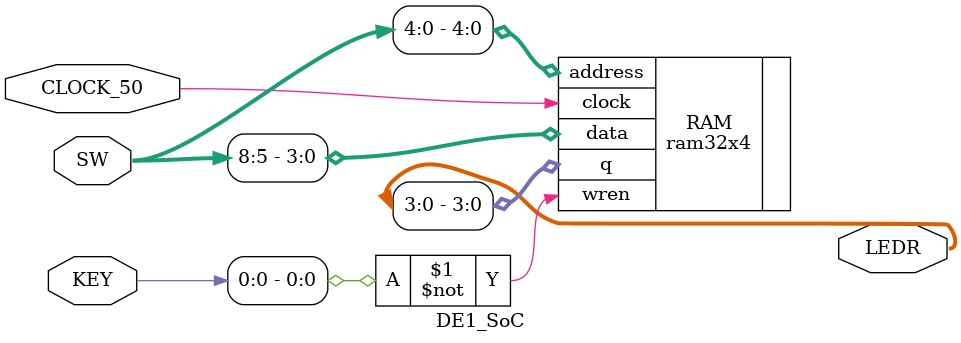
<source format=sv>
module DE1_SoC (KEY, LEDR, SW, CLOCK_50);
	output logic [9:0] LEDR;
	input logic [3:0] KEY;
	input logic [9:0] SW;
	input logic CLOCK_50;
	
	ram32x4 RAM (
		.address(SW[4:0]),
		.clock(CLOCK_50),
		.data(SW[8:5]),
		.wren(~KEY[0]),
		.q(LEDR[3:0])
	);
	
		
endmodule


 

//module DE1_SoC_testbench ();
//	output logic [9:0] LEDR;
//	input logic [3:0] KEY;
//	input logic [9:0] SW;
//	input logic CLOCK_50;
//	
//	
//	DE1_SoC dut (
//		.LEDR(LEDR),
//		.KEY(KEY),
//		.SW(SE),
//		.CLOCK_50(CLOCK_50)
//	);
//	
//	parameter CLOCK_PERIOD = 100;
//	initial begin
//		clock_50 <= 0;
//		forever #(CLOCK_PEROID/2) CLOCK_50 <= ~CLOCK_50;
//	end
//	
//// testing
//initial begin
//	repeat(1) @ (posedge CLOCK_50);
//	// Test case 1: 
//	LEDR 
</source>
